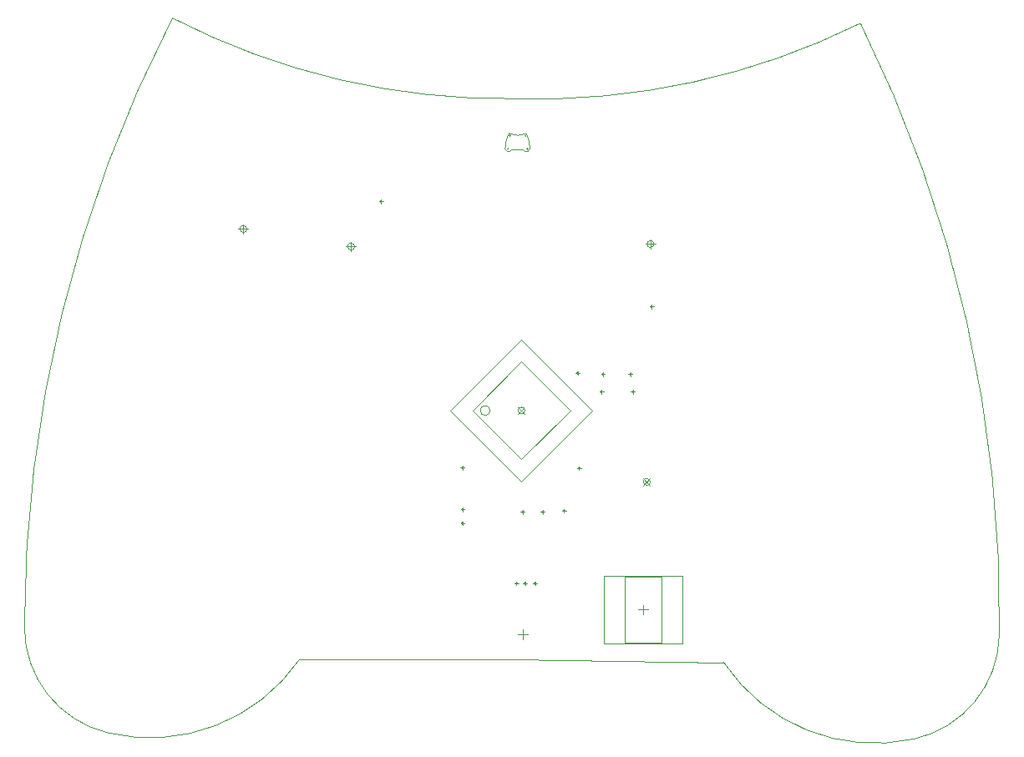
<source format=gbp>
G04*
G04 #@! TF.GenerationSoftware,Altium Limited,Altium Designer,19.0.4 (130)*
G04*
G04 Layer_Color=128*
%FSLAX44Y44*%
%MOMM*%
G71*
G01*
G75*
%ADD19C,0.1000*%
%ADD20C,0.0127*%
%ADD21C,0.0500*%
%ADD22C,0.0254*%
D19*
X427970Y308610D02*
G03*
X427970Y308610I-5000J0D01*
G01*
X459740Y259112D02*
X509238Y308610D01*
X410243D02*
X459740Y358108D01*
X509238Y308610D01*
X410243D02*
X459740Y259112D01*
X564430Y73180D02*
X601430D01*
X564430Y140180D02*
X601430D01*
Y73180D02*
Y140180D01*
X564430Y73180D02*
Y140180D01*
X459740Y236768D02*
X531582Y308610D01*
X387898D02*
X459740Y380452D01*
X531582Y308610D01*
X387898D02*
X459740Y236768D01*
X582930Y101680D02*
Y111680D01*
X577930Y106680D02*
X587930D01*
X542930Y72180D02*
X622930D01*
X542930Y141180D02*
X622930D01*
Y72180D02*
Y141180D01*
X542930Y72180D02*
Y141180D01*
X461010Y76200D02*
Y86360D01*
X455930Y81280D02*
X466090D01*
D20*
X448678Y587462D02*
G03*
X448678Y587462I-762J0D01*
G01*
X446790Y574092D02*
G03*
X446790Y574092I-762J0D01*
G01*
X466296Y573946D02*
G03*
X466296Y573946I-762J0D01*
G01*
X464608Y587343D02*
G03*
X464608Y587343I-762J0D01*
G01*
X455883Y587712D02*
G03*
X464756Y589656I563J18652D01*
G01*
X468332Y573904D02*
G03*
X464756Y589656I-34222J512D01*
G01*
X466143Y571215D02*
G03*
X468332Y573904I-609J2731D01*
G01*
X461236Y573186D02*
G03*
X466143Y571215I3890J2593D01*
G01*
X447042Y589788D02*
G03*
X455883Y587712I8558J16582D01*
G01*
X447042Y589788D02*
G03*
X443230Y574092I30414J-15696D01*
G01*
D02*
G03*
X445378Y571371I2798J0D01*
G01*
D02*
G03*
X450314Y573267I1085J4547D01*
G01*
X455775D02*
X461236Y573186D01*
X450314Y573267D02*
X455775D01*
X454100Y625024D02*
G03*
X803395Y701537I22172J734335D01*
G01*
X944190Y81400D02*
G03*
X803395Y701537I-1347306J20160D01*
G01*
X858013Y-24466D02*
G03*
X944190Y81400I-23963J107514D01*
G01*
X664831Y53097D02*
G03*
X858013Y-24466I153145J102073D01*
G01*
X105988Y706755D02*
G03*
X454100Y625024I336929J652854D01*
G01*
X105988Y706755D02*
G03*
X-44070Y88794I1197399J-617961D01*
G01*
X-44070D02*
G03*
X40514Y-18350I110153J0D01*
G01*
Y-18350D02*
G03*
X234835Y56314I42720J179018D01*
G01*
X449845Y56314D02*
X664831Y53097D01*
X234835Y56314D02*
X449845D01*
D21*
X463240Y308610D02*
G03*
X463240Y308610I-3500J0D01*
G01*
X181300Y492760D02*
G03*
X181300Y492760I-3500J0D01*
G01*
X594050Y477520D02*
G03*
X594050Y477520I-3500J0D01*
G01*
X590240Y236220D02*
G03*
X590240Y236220I-3500J0D01*
G01*
X290520Y474980D02*
G03*
X290520Y474980I-3500J0D01*
G01*
X456204Y312146D02*
X463275Y305075D01*
X456205D02*
X463276Y312146D01*
X177800Y487760D02*
Y497760D01*
X172800Y492760D02*
X182800D01*
X585550Y477520D02*
X595550D01*
X590550Y472520D02*
Y482520D01*
X583205Y232685D02*
X590276Y239756D01*
X583205Y239755D02*
X590276Y232684D01*
X282020Y474980D02*
X292020D01*
X287020Y469980D02*
Y479980D01*
D22*
X574041Y327661D02*
G03*
X574041Y327661I-1270J0D01*
G01*
X571460Y345440D02*
G03*
X571460Y345440I-1270J0D01*
G01*
X401360Y194310D02*
G03*
X401360Y194310I-1270J0D01*
G01*
X518120Y346710D02*
G03*
X518120Y346710I-1270J0D01*
G01*
X482560Y205740D02*
G03*
X482560Y205740I-1270J0D01*
G01*
X542330Y327660D02*
G03*
X542330Y327660I-1270J0D01*
G01*
X543600Y345440D02*
G03*
X543600Y345440I-1270J0D01*
G01*
X455930Y133390D02*
G03*
X455930Y133390I-1270J0D01*
G01*
X464820Y133350D02*
G03*
X464820Y133350I-1270J0D01*
G01*
X504191Y207011D02*
G03*
X504191Y207011I-1270J0D01*
G01*
X401360Y208280D02*
G03*
X401360Y208280I-1270J0D01*
G01*
X462281Y205741D02*
G03*
X462281Y205741I-1270J0D01*
G01*
X474980Y133390D02*
G03*
X474980Y133390I-1270J0D01*
G01*
X519430Y250230D02*
G03*
X519430Y250230I-1270J0D01*
G01*
X593090Y413980D02*
G03*
X593090Y413980I-1270J0D01*
G01*
X401320Y250690D02*
G03*
X401320Y250690I-1270J0D01*
G01*
X318770Y520660D02*
G03*
X318770Y520660I-1270J0D01*
G01*
X572771Y325661D02*
Y329661D01*
X570770Y327661D02*
X574771D01*
X568190Y345440D02*
X572190D01*
X570190Y343440D02*
Y347440D01*
X400090Y192310D02*
Y196310D01*
X398090Y194310D02*
X402090D01*
X516850Y344710D02*
Y348710D01*
X514850Y346710D02*
X518850D01*
X481290Y203740D02*
Y207740D01*
X479290Y205740D02*
X483290D01*
X539060Y327660D02*
X543060D01*
X541060Y325660D02*
Y329660D01*
X540330Y345440D02*
X544330D01*
X542330Y343440D02*
Y347440D01*
X454660Y131390D02*
Y135390D01*
X452660Y133390D02*
X456660D01*
X463550Y131350D02*
Y135350D01*
X461550Y133350D02*
X465550D01*
X502921Y205011D02*
Y209011D01*
X500921Y207011D02*
X504921D01*
X400090Y206280D02*
Y210280D01*
X398090Y208280D02*
X402090D01*
X461011Y203741D02*
Y207741D01*
X459011Y205741D02*
X463011D01*
X473710Y131390D02*
Y135390D01*
X471710Y133390D02*
X475710D01*
X516160Y250230D02*
X520160D01*
X518160Y248230D02*
Y252230D01*
X591820Y411980D02*
Y415980D01*
X589820Y413980D02*
X593820D01*
X398050Y250691D02*
X402050D01*
X400050Y248691D02*
Y252691D01*
X317500Y518660D02*
Y522660D01*
X315500Y520660D02*
X319500D01*
M02*

</source>
